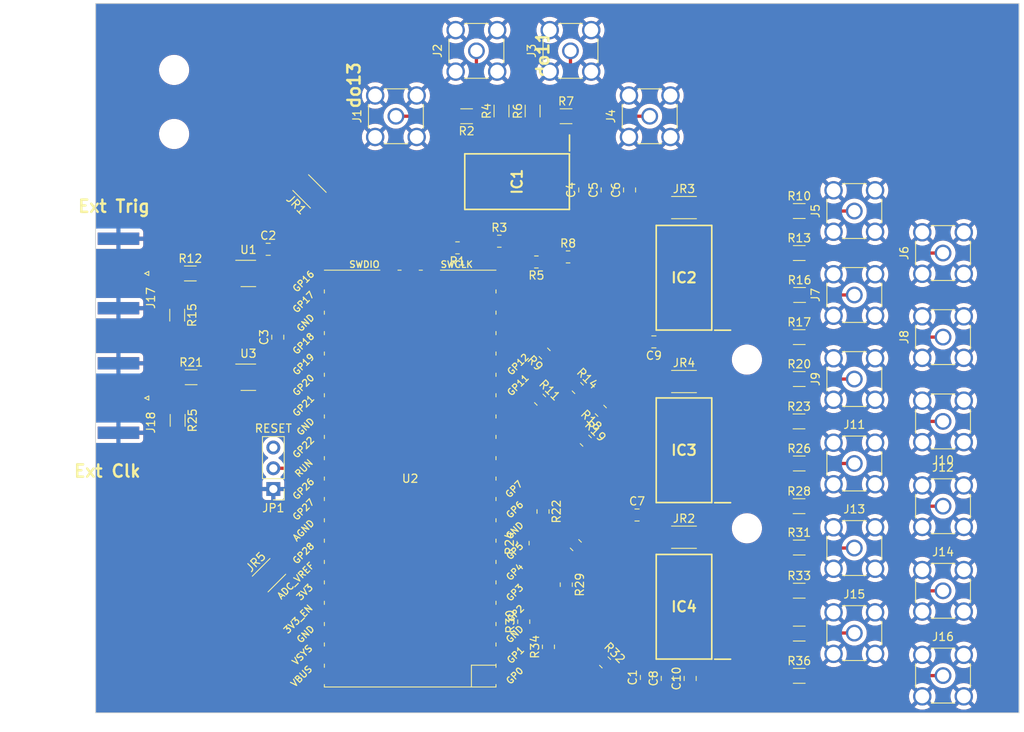
<source format=kicad_pcb>
(kicad_pcb (version 20221018) (generator pcbnew)
  (layers (0 "F.Cu" signal) (31 "B.Cu" signal) (34 "B.Paste" user) (35 "F.Paste" user) (36 "B.SilkS" user "B.Silkscreen") (37 "F.SilkS" user "F.Silkscreen") (38 "B.Mask" user) (39 "F.Mask" user) (44 "Edge.Cuts" user))
  (net 0 "")
  (net 1 "3_3V_Pico")
  (net 2 "GND")
  (net 3 "do7")
  (net 4 "do0")
  (net 5 "do15")
  (net 6 "do8")
  (net 7 "do14")
  (net 8 "do6")
  (net 9 "do9")
  (net 10 "do1")
  (net 11 "do13")
  (net 12 "do5")
  (net 13 "do10")
  (net 14 "do2")
  (net 15 "do12")
  (net 16 "do4")
  (net 17 "do3")
  (net 18 "Net-(IC1A-A0)")
  (net 20 "Net-(U2-GPIO16)")
  (net 24 "Net-(U2-GPIO20)")
  (net 38 "Net-(JP1-C)")
  (net 39 "do11")
  (net 40 "Net-(J17-In)")
  (net 41 "Net-(J18-In)")
  (net 42 "Net-(IC1A-A2)")
  (net 43 "Net-(IC1A-A4)")
  (net 44 "Net-(IC1A-A6)")
  (net 45 "Net-(IC1A-B6)")
  (net 46 "Net-(IC1A-B4)")
  (net 47 "Net-(IC1A-B2)")
  (net 48 "Net-(IC1A-B0)")
  (net 49 "Net-(IC2A-A0)")
  (net 50 "Net-(IC2A-A2)")
  (net 51 "Net-(IC2A-A4)")
  (net 52 "Net-(IC2A-A6)")
  (net 53 "Net-(IC2A-B6)")
  (net 54 "Net-(IC2A-B4)")
  (net 55 "Net-(IC2A-B2)")
  (net 56 "Net-(IC2A-B0)")
  (net 57 "Net-(IC3A-A0)")
  (net 58 "Net-(IC3A-A2)")
  (net 59 "Net-(IC3A-A4)")
  (net 60 "Net-(IC3A-A6)")
  (net 61 "Net-(IC3A-B6)")
  (net 62 "Net-(IC3A-B4)")
  (net 63 "Net-(IC3A-B2)")
  (net 64 "Net-(IC3A-B0)")
  (net 65 "Net-(IC4A-A0)")
  (net 66 "Net-(IC4A-A2)")
  (net 67 "Net-(IC4A-A4)")
  (net 68 "Net-(IC4A-A6)")
  (net 69 "Net-(IC4A-B6)")
  (net 70 "Net-(IC4A-B4)")
  (net 71 "Net-(IC4A-B2)")
  (net 72 "Net-(IC4A-B0)")
  (net 73 "Net-(R12-Pad2)")
  (net 74 "Net-(R21-Pad2)")
  (footprint "Resistor_SMD:R_1206_3216Metric_Pad1.30x1.75mm_HandSolder" (layer "F.Cu") (at 157.974 105.339)
    (fp_text reference "R23")
    (fp_text value "49.9")
  )
  (footprint "Capacitor_SMD:C_0805_2012Metric_Pad1.18x1.45mm_HandSolder" (layer "F.Cu") (at 137.242 77.0213 90)
    (fp_text reference "C6")
    (fp_text value "10u")
  )
  (footprint "Resistor_SMD:R_1206_3216Metric_Pad1.30x1.75mm_HandSolder" (layer "F.Cu") (at 81.944 105.215 -90)
    (fp_text reference "R25")
    (fp_text value "47k")
  )
  (footprint "Resistor_SMD:R_1206_3216Metric_Pad1.30x1.75mm_HandSolder" (layer "F.Cu") (at 158 120.774)
    (fp_text reference "R31")
    (fp_text value "49.9")
  )
  (footprint "Resistor_SMD:R_0805_2012Metric_Pad1.20x1.40mm_HandSolder" (layer "F.Cu") (at 134.2448 134.8278 -45)
    (fp_text reference "R32")
    (fp_text value "10k")
  )
  (footprint "Capacitor_SMD:C_0805_2012Metric_Pad1.18x1.45mm_HandSolder" (layer "F.Cu") (at 144.657 136.796 90)
    (fp_text reference "C10")
    (fp_text value "10u")
  )
  (footprint "Resistor_SMD:R_1206_3216Metric_Pad1.30x1.75mm_HandSolder" (layer "F.Cu") (at 158 110.489)
    (fp_text reference "R26")
    (fp_text value "49.9")
  )
  (footprint "Connector_Coaxial:SMA_Amphenol_901-144_Vertical" (layer "F.Cu") (at 175.596 105.339 180)
    (fp_text reference "J10")
    (fp_text value "do6")
  )
  (footprint "Connector_Coaxial:SMA_Amphenol_901-144_Vertical" (layer "F.Cu") (at 175.596 95.026 90)
    (fp_text reference "J8")
    (fp_text value "do8")
  )
  (footprint "Resistor_SMD:R_1206_3216Metric_Pad1.30x1.75mm_HandSolder" (layer "F.Cu") (at 158 95.026)
    (fp_text reference "R17")
    (fp_text value "49.9")
  )
  (footprint "Connector_Coaxial:SMA_Amphenol_901-144_Vertical" (layer "F.Cu") (at 175.596 115.715)
    (fp_text reference "J12")
    (fp_text value "do4")
  )
  (footprint "Connector_Coaxial:SMA_Amphenol_901-144_Vertical" (layer "F.Cu") (at 108.65 68 90)
    (fp_text reference "J1")
    (fp_text value "do15")
  )
  (footprint "Resistor_SMD:R_0805_2012Metric_Pad1.20x1.40mm_HandSolder" (layer "F.Cu") (at 125.8374 85.8312 180)
    (fp_text reference "R5")
    (fp_text value "10k")
  )
  (footprint "Connector_Coaxial:SMA_Amphenol_132289_EdgeMount" (layer "F.Cu") (at 74.7 102.48 180)
    (fp_text reference "J18")
    (fp_text value "Ext. Clk.")
  )
  (footprint "MCU_RaspberryPi_and_Boards:RPi_Pico_SMD" (layer "F.Cu") (at 110.394448 112.3375 180)
    (fp_text reference "U2")
    (fp_text value "Pico")
  )
  (footprint "Resistor_SMD:R_0805_2012Metric_Pad1.20x1.40mm_HandSolder" (layer "F.Cu") (at 121.3002 83.2912)
    (fp_text reference "R3")
    (fp_text value "10k")
  )
  (footprint "Capacitor_SMD:C_0805_2012Metric_Pad1.18x1.45mm_HandSolder" (layer "F.Cu") (at 139.295 136.6685 90)
    (fp_text reference "C1")
    (fp_text value "100n")
  )
  (footprint "Resistor_SMD:R_1206_3216Metric_Pad1.30x1.75mm_HandSolder" (layer "F.Cu") (at 158 79.6)
    (fp_text reference "R10")
    (fp_text value "49.9")
  )
  (footprint "Resistor_SMD:R_2010_5025Metric_Pad1.40x2.65mm_HandSolder" (layer "F.Cu") (at 93.1222 124.1598 45)
    (fp_text reference "JR5")
    (fp_text value "0")
  )
  (footprint "MountingHole:MountingHole_3.2mm_M3_ISO7380" (layer "F.Cu") (at 81.509 70.195)
    (fp_text reference "REF**" hide)
    (fp_text value "MountingHole_3.2mm_M3_ISO7380" hide)
  )
  (footprint "Resistor_SMD:R_2010_5025Metric_Pad1.40x2.65mm_HandSolder" (layer "F.Cu") (at 143.9 79.1764)
    (fp_text reference "JR3")
    (fp_text value "0")
  )
  (footprint "Resistor_SMD:R_1206_3216Metric_Pad1.30x1.75mm_HandSolder" (layer "F.Cu") (at 158 84.74)
    (fp_text reference "R13")
    (fp_text value "49.9")
  )
  (footprint "Resistor_SMD:R_1206_3216Metric_Pad1.30x1.75mm_HandSolder" (layer "F.Cu") (at 125.38 67.36 90)
    (fp_text reference "R6")
    (fp_text value "49.9")
  )
  (footprint "ICs:SOIC127P1032X265-20N" (layer "F.Cu") (at 143.9 128.0206 180)
    (fp_text reference "IC4")
    (fp_text value "74LVT245D,118" hide)
  )
  (footprint "Resistor_SMD:R_1206_3216Metric_Pad1.30x1.75mm_HandSolder" (layer "F.Cu") (at 117.3 68 180)
    (fp_text reference "R2")
    (fp_text value "49.9")
  )
  (footprint "Capacitor_SMD:C_0805_2012Metric_Pad1.18x1.45mm_HandSolder" (layer "F.Cu") (at 93.0206 84.2818)
    (fp_text reference "C2")
    (fp_text value "100n")
  )
  (footprint "ICs:SOIC127P1032X265-20N" (layer "F.Cu") (at 143.9 87.7616 180)
    (fp_text reference "IC2")
    (fp_text value "74LVT245D,118" hide)
  )
  (footprint "Connector_PinHeader_2.54mm:PinHeader_1x03_P2.54mm_Vertical" (layer "F.Cu") (at 93.6498 113.6142 180)
    (fp_text reference "JP1")
    (fp_text value "RESET")
  )
  (footprint "ICs:SOIC127P1032X265-20N" (layer "F.Cu") (at 123.4752 76 -90)
    (fp_text reference "IC1")
    (fp_text value "74LVT245D,118" hide)
  )
  (footprint "Resistor_SMD:R_1206_3216Metric_Pad1.30x1.75mm_HandSolder" (layer "F.Cu") (at 158 126.056)
    (fp_text reference "R33")
    (fp_text value "49.9")
  )
  (footprint "Resistor_SMD:R_1206_3216Metric_Pad1.30x1.75mm_HandSolder" (layer "F.Cu") (at 83.494448 87.2375)
    (fp_text reference "R12")
    (fp_text value "470")
  )
  (footprint "Resistor_SMD:R_0805_2012Metric_Pad1.20x1.40mm_HandSolder" (layer "F.Cu") (at 126.6502 116.362 -90)
    (fp_text reference "R22")
    (fp_text value "10k")
  )
  (footprint "Resistor_SMD:R_1206_3216Metric_Pad1.30x1.75mm_HandSolder" (layer "F.Cu") (at 158 136.474)
    (fp_text reference "R36")
    (fp_text value "49.9")
  )
  (footprint "Resistor_SMD:R_2010_5025Metric_Pad1.40x2.65mm_HandSolder" (layer "F.Cu") (at 143.9 119.5116)
    (fp_text reference "JR2")
    (fp_text value "0")
  )
  (footprint "Resistor_SMD:R_1206_3216Metric_Pad1.30x1.75mm_HandSolder" (layer "F.Cu") (at 158.0446 89.87)
    (fp_text reference "R16")
    (fp_text value "49.9" hide)
  )
  (footprint "Resistor_SMD:R_0805_2012Metric_Pad1.20x1.40mm_HandSolder" (layer "F.Cu") (at 131.8826 107.7006 -45)
    (fp_text reference "R19")
    (fp_text value "10k")
  )
  (footprint "Capacitor_SMD:C_0805_2012Metric_Pad1.18x1.45mm_HandSolder" (layer "F.Cu") (at 141.852 136.7825 90)
    (fp_text reference "C8")
    (fp_text value "1u")
  )
  (footprint "Resistor_SMD:R_1206_3216Metric_Pad1.30x1.75mm_HandSolder" (layer "F.Cu") (at 83.594448 99.9375)
    (fp_text reference "R21")
    (fp_text value "470")
  )
  (footprint "MountingHole:MountingHole_3.2mm_M3_ISO7380" (layer "F.Cu") (at 151.609 118.439)
    (fp_text reference "REF**" hide)
    (fp_text value "MountingHole_3.2mm_M3_ISO7380" hide)
  )
  (footprint "Capacitor_SMD:C_0805_2012Metric_Pad1.18x1.45mm_HandSolder" (layer "F.Cu") (at 140.2138 95.6102 180)
    (fp_text reference "C9")
    (fp_text value "100n")
  )
  (footprint "Connector_Coaxial:SMA_Amphenol_132289_EdgeMount" (layer "F.Cu") (at 74.7 87.2375 180)
    (fp_text reference "J17")
    (fp_text value "Ext. Trig.")
  )
  (footprint "Capacitor_SMD:C_0805_2012Metric_Pad1.18x1.45mm_HandSolder" (layer "F.Cu") (at 94.194448 95.0375 90)
    (fp_text reference "C3")
    (fp_text value "100n")
  )
  (footprint "Resistor_SMD:R_0805_2012Metric_Pad1.20x1.40mm_HandSolder" (layer "F.Cu") (at 124.291 129.844 90)
    (fp_text reference "R30")
    (fp_text value "10k")
  )
  (footprint "Resistor_SMD:R_1206_3216Metric_Pad1.30x1.75mm_HandSolder" (layer "F.Cu") (at 158 131.304)
    (fp_text reference "R35" hide)
    (fp_text value "49.9")
  )
  (footprint "Resistor_SMD:R_0805_2012Metric_Pad1.20x1.40mm_HandSolder" (layer "F.Cu") (at 129.495 125.3188 -90)
    (fp_text reference "R29")
    (fp_text value "10k")
  )
  (footprint "Resistor_SMD:R_0805_2012Metric_Pad1.20x1.40mm_HandSolder" (layer "F.Cu") (at 130.899 101.255 -45)
    (fp_text reference "R14")
    (fp_text value "10k")
  )
  (footprint "ICs:SOIC127P1032X265-20N" (layer "F.Cu") (at 143.9 108.869 180)
    (fp_text reference "IC3")
    (fp_text value "74LVT245D,118" hide)
  )
  (footprint "Resistor_SMD:R_0805_2012Metric_Pad1.20x1.40mm_HandSolder" (layer "F.Cu") (at 130.6634 120.4768 -45)
    (fp_text reference "R27" hide)
    (fp_text value "10k")
  )
  (footprint "Connector_Coaxial:SMA_Amphenol_901-144_Vertical" (layer "F.Cu") (at 164.74 100.158 90)
    (fp_text reference "J9")
    (fp_text value "do7")
  )
  (footprint "Package_TO_SOT_SMD:SOT-23-5_HandSoldering" (layer "F.Cu") (at 90.594448 87.2375)
    (fp_text reference "U1")
    (fp_text value "74LVC1G17")
  )
  (footprint "Connector_Coaxial:SMA_Amphenol_901-144_Vertical" (layer "F.Cu") (at 175.596 126.07)
    (fp_text reference "J14")
    (fp_text value "do2")
  )
  (footprint "MountingHole:MountingHole_3.2mm_M3_ISO7380" (layer "F.Cu") (at 81.509 62.354)
    (fp_text reference "REF**" hide)
    (fp_text value "MountingHole_3.2mm_M3_ISO7380" hide)
  )
  (footprint "Connector_Coaxial:SMA_Amphenol_901-144_Vertical" (layer "F.Cu") (at 139.706 68 90)
    (fp_text reference "J4")
    (fp_text value "do12")
  )
  (footprint "Connector_Coaxial:SMA_Amphenol_901-144_Vertical" (layer "F.Cu") (at 118.5 60 90)
    (fp_text reference "J2")
    (fp_text value "do14")
  )
  (footprint "Resistor_SMD:R_0805_2012Metric_Pad1.20x1.40mm_HandSolder" (layer "F.Cu") (at 126.847107 97.043107 135)
    (fp_text reference "R9")
    (fp_text value "10k")
  )
  (footprint "Resistor_SMD:R_2010_5025Metric_Pad1.40x2.65mm_HandSolder" (layer "F.Cu") (at 98.0752 77.1952 135)
    (fp_text reference "JR1")
    (fp_text value "0")
  )
  (footprint "Resistor_SMD:R_0805_2012Metric_Pad1.20x1.40mm_HandSolder" (layer "F.Cu") (at 124.2118 120.2388 90)
    (fp_text reference "R24")
    (fp_text value "10k" hide)
  )
  (footprint "Connector_Coaxial:SMA_Amphenol_901-144_Vertical" (layer "F.Cu") (at 175.596 136.445)
    (fp_text reference "J16")
    (fp_text value "do0")
  )
  (footprint "Resistor_SMD:R_0805_2012Metric_Pad1.20x1.40mm_HandSolder" (layer "F.Cu") (at 126.29 102.684 -45)
    (fp_text reference "R11")
    (fp_text value "10k")
  )
  (footprint "Resistor_SMD:R_1206_3216Metric_Pad1.30x1.75mm_HandSolder" (layer "F.Cu") (at 81.887 92.338 -90)
    (fp_text reference "R15")
    (fp_text value "47k")
  )
  (footprint "Connector_Coaxial:SMA_Amphenol_901-144_Vertical" (layer "F.Cu") (at 130.01 60 90)
    (fp_text reference "J3")
    (fp_text value "do13")
  )
  (footprint "Resistor_SMD:R_0805_2012Metric_Pad1.20x1.40mm_HandSolder" (layer "F.Cu") (at 116.1854 84.104 180)
    (fp_text reference "R1")
    (fp_text value "10k")
  )
  (footprint "Connector_Coaxial:SMA_Amphenol_901-144_Vertical" (layer "F.Cu") (at 164.74 79.6 90)
    (fp_text reference "J5")
    (fp_text value "do11")
  )
  (footprint "Resistor_SMD:R_1206_3216Metric_Pad1.30x1.75mm_HandSolder" (layer "F.Cu") (at 157.981 115.715)
    (fp_text reference "R28")
    (fp_text value "49.9")
  )
  (footprint "Resistor_SMD:R_1206_3216Metric_Pad1.30x1.75mm_HandSolder" (layer "F.Cu") (at 158 100.158)
    (fp_text reference "R20")
    (fp_text value "49.9")
  )
  (footprint "Resistor_SMD:R_0805_2012Metric_Pad1.20x1.40mm_HandSolder" (layer "F.Cu") (at 127.3106 132.9228 90)
    (fp_text reference "R34")
    (fp_text value "10k")
  )
  (footprint "Connector_Coaxial:SMA_Amphenol_901-144_Vertical" (layer "F.Cu") (at 175.596 84.74 90)
    (fp_text reference "J6")
    (fp_text value "do10")
  )
  (footprint "Connector_Coaxial:SMA_Amphenol_901-144_Vertical" (layer "F.Cu") (at 164.74 120.835)
    (fp_text reference "J13")
    (fp_text value "do3")
  )
  (footprint "Resistor_SMD:R_1206_3216Metric_Pad1.30x1.75mm_HandSolder" (layer "F.Cu") (at 129.47 68)
    (fp_text reference "R7")
    (fp_text value "49.9")
  )
  (footprint "Package_TO_SOT_SMD:SOT-23-5_HandSoldering" (layer "F.Cu") (at 90.594448 99.9375)
    (fp_text reference "U3")
    (fp_text value "74LVC1G34")
  )
  (footprint "Resistor_SMD:R_0805_2012Metric_Pad1.20x1.40mm_HandSolder" (layer "F.Cu") (at 129.715 85.212)
    (fp_text reference "R8")
    (fp_text value "10k")
  )
  (footprint "Capacitor_SMD:C_0805_2012Metric_Pad1.18x1.45mm_HandSolder" (layer "F.Cu") (at 138.1564 116.7938)
    (fp_text reference "C7")
    (fp_text value "100n")
  )
  (footprint "Capacitor_SMD:C_0805_2012Metric_Pad1.18x1.45mm_HandSolder" (layer "F.Cu") (at 134.4988 77.0213 90)
    (fp_text reference "C5")
    (fp_text value "1u")
  )
  (footprint "Connector_Coaxial:SMA_Amphenol_901-144_Vertical" (layer "F.Cu") (at 164.74 110.489)
    (fp_text reference "J11")
    (fp_text value "do5")
  )
  (footprint "Connector_Coaxial:SMA_Amphenol_901-144_Vertical" (layer "F.Cu") (at 164.74 89.87 90)
    (fp_text reference "J7")
    (fp_text value "do9")
  )
  (footprint "Capacitor_SMD:C_0805_2012Metric_Pad1.18x1.45mm_HandSolder" (layer "F.Cu") (at 131.7556 77.0213 90)
    (fp_text reference "C4")
    (fp_text value "100n")
  )
  (footprint "Resistor_SMD:R_0805_2012Metric_Pad1.20x1.40mm_HandSolder" (layer "F.Cu") (at 133.723 104.042 135)
    (fp_text reference "R18")
    (fp_text value "10k")
  )
  (footprint "Connector_Coaxial:SMA_Amphenol_901-144_Vertical" (layer "F.Cu") (at 164.74 131.244)
    (fp_text reference "J15")
    (fp_text value "do1")
  )
  (footprint "Resistor_SMD:R_1206_3216Metric_Pad1.30x1.75mm_HandSolder" (layer "F.Cu") (at 121.5702 67.36 90)
    (fp_text reference "R4")
    (fp_text value "49.9")
  )
  (footprint "MountingHole:MountingHole_3.2mm_M3_ISO7380" (layer "F.Cu") (at 151.6 97.8)
    (fp_text reference "REF**" hide)
    (fp_text value "MountingHole_3.2mm_M3_ISO7380" hide)
  )
  (footprint "Resistor_SMD:R_2010_5025Metric_Pad1.40x2.65mm_HandSolder" (layer "F.Cu") (at 143.9 100.4616)
    (fp_text reference "JR4")
    (fp_text value "0")
  )
  (gr_rect (start 71.9 54.2) (end 184.9 141) (stroke (width 0.1)) (fill none) (layer "Edge.Cuts"))
  (gr_text "do11" (at 127.5 63.4 90) (layer "F.SilkS") (effects (font (size 1.5 1.5) (thickness 0.3) bold) (justify left bottom)))
  (gr_text "Ext Clk" (at 69.1 112.3) (layer "F.SilkS") (effects (font (size 1.5 1.5) (thickness 0.3) bold) (justify left bottom)))
  (gr_text "Ext Trig" (at 69.6 79.9) (layer "F.SilkS") (effects (font (size 1.5 1.5) (thickness 0.3) bold) (justify left bottom)))
  (gr_text "do13" (at 104.4 67.2 90) (layer "F.SilkS") (effects (font (size 1.5 1.5) (thickness 0.3) bold) (justify left bottom)))
  (segment (start 90.594448 86.6375) (end 90.944448 86.2875) (width 0.4) (layer "F.Cu") (net 1))
  (segment (start 90.944448 86.2875) (end 91.944448 86.2875) (width 0.4) (layer "F.Cu") (net 1))
  (segment (start 92.8925 98.9875) (end 94.194448 97.685552) (width 0.4) (layer "F.Cu") (net 1))
  (segment (start 91.944448 98.9875) (end 92.8925 98.9875) (width 0.4) (layer "F.Cu") (net 1))
  (segment (start 143.9 93.4766) (end 143.9 77.416) (width 0.4) (layer "F.Cu") (net 1))
  (segment (start 139.175 114.584) (end 139.175 116.7749) (width 0.4) (layer "F.Cu") (net 1))
  (segment (start 144.5295 135.631) (end 139.295 135.631) (width 0.4) (layer "F.Cu") (net 1))
  (segment (start 143.9 99.2932) (end 143.9 93.4766) (width 0.4) (layer "F.Cu") (net 1))
  (segment (start 142.484 76) (end 130.4094 76) (width 0.4) (layer "F.Cu") (net 1))
  (segment (start 101.504448 126.3075) (end 101.474448 126.3375) (width 0.4) (layer "F.Cu") (net 1))
  (segment (start 90.594448 121.6375) (end 90.594448 99.2375) (width 0.4) (layer "F.Cu") (net 1))
  (segment (start 143.9 133.6594) (end 143.9 120.7816) (width 0.4) (layer "F.Cu") (net 1))
  (segment (start 139.1763 95.6102) (end 139.1763 93.4779) (width 0.4) (layer "F.Cu") (net 1))
  (segment (start 139.295 133.8556) (end 139.175 133.7356) (width 0.4) (layer "F.Cu") (net 1))
  (segment (start 129.2918 76) (end 129.1902 76.1016) (width 0.4) (layer "F.Cu") (net 1))
  (segment (start 143.8746 120.807) (end 143.9 120.7816) (width 0.4) (layer "F.Cu") (net 1))
  (segment (start 139.175 93.4766) (end 143.9 93.4766) (width 0.4) (layer "F.Cu") (net 1))
  (segment (start 95.294448 126.3375) (end 90.594448 121.6375) (width 0.4) (layer "F.Cu") (net 1))
  (segment (start 90.594448 99.2375) (end 90.594448 86.6375) (width 0.4) (layer "F.Cu") (net 1))
  (segment (start 139.295 135.631) (end 139.295 133.8556) (width 0.4) (layer "F.Cu") (net 1))
  (segment (start 143.9 133.6594) (end 143.8238 133.7356) (width 0.4) (layer "F.Cu") (net 1))
  (segment (start 144.334 135.4355) (end 144.657 135.7585) (width 0.4) (layer "F.Cu") (net 1))
  (segment (start 99.2958 76) (end 129.2918 76) (width 0.4) (layer "F.Cu") (net 1))
  (segment (start 91.944448 83.351352) (end 99.2958 76) (width 0.4) (layer "F.Cu") (net 1))
  (segment (start 143.9 114.4316) (end 143.9 99.2932) (width 0.4) (layer "F.Cu") (net 1))
  (segment (start 139.175 114.584) (end 143.7476 114.584) (width 0.4) (layer "F.Cu") (net 1))
  (segment (start 129.2918 76) (end 130.4094 76) (width 0.4) (layer "F.Cu") (net 1))
  (segment (start 139.1763 93.4779) (end 139.175 93.4766) (width 0.4) (layer "F.Cu") (net 1))
  (segment (start 129.1902 76.1016) (end 129.1902 80.725) (width 0.4) (layer "F.Cu") (net 1))
  (segment (start 143.9 120.7816) (end 143.9 114.4316) (width 0.4) (layer "F.Cu") (net 1))
  (segment (start 94.194448 97.685552) (end 94.194448 96.075) (width 0.4) (layer "F.Cu") (net 1))
  (segment (start 144.657 135.7585) (end 144.5295 135.631) (width 0.4) (layer "F.Cu") (net 1))
  (segment (start 101.474448 126.3375) (end 95.294448 126.3375) (width 0.4) (layer "F.Cu") (net 1))
  (segment (start 90.844448 98.9875) (end 91.944448 98.9875) (width 0.4) (layer "F.Cu") (net 1))
  (segment (start 91.944448 86.2875) (end 91.944448 83.351352) (width 0.4) (layer "F.Cu") (net 1))
  (segment (start 143.9 77.416) (end 142.484 76) (width 0.4) (layer "F.Cu") (net 1))
  (segment (start 143.8238 133.7356) (end 139.175 133.7356) (width 0.4) (layer "F.Cu") (net 1))
  (segment (start 139.175 116.7749) (end 139.1939 116.7938) (width 0.4) (layer "F.Cu") (net 1))
  (segment (start 137.1183 78.5558) (end 137.121 78.5531) (width 0.4) (layer "F.Cu") (net 2))
  (segment (start 159.55 100.158) (end 164.696 100.158) (width 0.4) (layer "F.Cu") (net 3))
  (segment (start 159.2685 136.474) (end 159.2975 136.445) (width 0.4) (layer "F.Cu") (net 4))
  (segment (start 159.2975 136.445) (end 175.596 136.445) (width 0.4) (layer "F.Cu") (net 4))
  (segment (start 115.75 68) (end 108.65 68) (width 0.4) (layer "F.Cu") (net 5))
  (segment (start 159.55 94.518) (end 160.058 95.026) (width 0.4) (layer "F.Cu") (net 6))
  (segment (start 160.058 95.026) (end 175.596 95.026) (width 0.4) (layer "F.Cu") (net 6))
  (segment (start 119.985 65.425) (end 118.5 63.94) (width 0.4) (layer "F.Cu") (net 7))
  (segment (start 118.5 63.94) (end 118.5 60) (width 0.4) (layer "F.Cu") (net 7))
  (segment (start 121.5702 65.81) (end 120.37 65.81) (width 0.4) (layer "F.Cu") (net 7))
  (segment (start 120.37 65.81) (end 119.985 65.425) (width 0.4) (layer "F.Cu") (net 7))
  (segment (start 119.71 65.15) (end 119.7144 65.1456) (width 0.4) (layer "F.Cu") (net 7))
  (segment (start 119.985 65.425) (end 119.71 65.15) (width 0.4) (layer "F.Cu") (net 7))
  (segment (start 159.524 105.795) (end 159.98 105.339) (width 0.4) (layer "F.Cu") (net 8))
  (segment (start 159.98 105.339) (end 175.596 105.339) (width 0.4) (layer "F.Cu") (net 8))
  (segment (start 159.5946 89.87) (end 164.74 89.87) (width 0.4) (layer "F.Cu") (net 9))
  (segment (start 164.7405 131.461) (end 164.5125 131.233) (width 0.4) (layer "F.Cu") (net 10))
  (segment (start 159.407 131.233) (end 159.356 131.284) (width 0.4) (layer "F.Cu") (net 10))
  (segment (start 164.5125 131.233) (end 159.407 131.233) (width 0.4) (layer "F.Cu") (net 10))
  (segment (start 164.836 131.351) (end 164.825 131.34) (width 0.4) (layer "F.Cu") (net 10))
  (segment (start 125.38 65.81) (end 127.33 65.81) (width 0.4) (layer "F.Cu") (net 11))
  (segment (start 130.01 60) (end 130.01 63.13) (width 0.4) (layer "F.Cu") (net 11))
  (segment (start 130.01 63.13) (end 127.33 65.81) (width 0.4) (layer "F.Cu") (net 11))
  (segment (start 159.55 111.021) (end 159.561 111.01) (width 0.4) (layer "F.Cu") (net 12))
  (segment (start 159.561 110.489) (end 164.74 110.489) (width 0.4) (layer "F.Cu") (net 12))
  (segment (start 159.5692 84.74) (end 175.596 84.74) (width 0.4) (layer "F.Cu") (net 13))
  (segment (start 159.5184 84.7898) (end 159.5692 84.739) (width 0.4) (layer "F.Cu") (net 13))
  (segment (start 169.027 126.07) (end 169.029 126.068) (width 0.4) (layer "F.Cu") (net 14))
  (segment (start 168.0776 126.07) (end 159.5355 126.07) (width 0.4) (layer "F.Cu") (net 14))
  (segment (start 169.027 126.07) (end 168.0776 126.07) (width 0.4) (layer "F.Cu") (net 14))
  (segment (start 168.0776 126.07) (end 175.596 126.07) (width 0.4) (layer "F.Cu") (net 14))
  (segment (start 159.5355 126.07) (end 159.2775 126.328) (width 0.4) (layer "F.Cu") (net 14))
  (segment (start 139.706 68) (end 131.02 68) (width 0.4) (layer "F.Cu") (net 15))
  (segment (start 131.33 67.99) (end 131.02 68.3) (width 0.4) (layer "F.Cu") (net 15))
  (segment (start 159.3785 115.715) (end 175.596 115.715) (width 0.4) (layer "F.Cu") (net 16))
  (segment (start 159.2215 120.835) (end 164.4295 120.835) (width 0.4) (layer "F.Cu") (net 17))
  (segment (start 159.1605 120.774) (end 159.2215 120.835) (width 0.4) (layer "F.Cu") (net 17))
  (segment (start 127.92 68) (end 127.92 71.2748) (width 0.4) (layer "F.Cu") (net 18))
  (segment (start 127.92 71.2748) (end 127.9202 71.275) (width 0.4) (layer "F.Cu") (net 18))
  (segment (start 127.9202 71.275) (end 126.6502 71.275) (width 0.4) (layer "F.Cu") (net 18))
  (segment (start 126.65 71.2748) (end 126.6502 71.275) (width 0.4) (layer "F.Cu") (net 18))
  (segment (start 101.484448 88.1875) (end 91.944448 88.1875) (width 0.4) (layer "F.Cu") (net 20))
  (segment (start 101.504448 88.2075) (end 101.484448 88.1875) (width 0.4) (layer "F.Cu") (net 20))
  (segment (start 101.504448 100.9075) (end 101.484448 100.8875) (width 0.4) (layer "F.Cu") (net 24))
  (segment (start 101.484448 100.8875) (end 91.944448 100.8875) (width 0.4) (layer "F.Cu") (net 24))
  (segment (start 101.504448 111.0675) (end 101.497748 111.0742) (width 0.4) (layer "F.Cu") (net 38))
  (segment (start 101.497748 111.0742) (end 93.6498 111.0742) (width 0.4) (layer "F.Cu") (net 38))
  (segment (start 159.55 79.6) (end 164.74 79.6) (width 0.4) (layer "F.Cu") (net 39))
  (segment (start 75.694448 87.2375) (end 81.944448 87.2375) (width 0.4) (layer "F.Cu") (net 40))
  (segment (start 81.887 90.788) (end 81.887 87.294948) (width 0.4) (layer "F.Cu") (net 40))
  (segment (start 81.887 87.294948) (end 81.944448 87.2375) (width 0.4) (layer "F.Cu") (net 40))
  (segment (start 80.5325 99.9375) (end 82.044448 99.9375) (width 0.4) (layer "F.Cu") (net 41))
  (segment (start 82.044448 103.564552) (end 81.944 103.665) (width 0.4) (layer "F.Cu") (net 41))
  (segment (start 82.044448 99.9375) (end 82.044448 103.564552) (width 0.4) (layer "F.Cu") (net 41))
  (segment (start 75.664448 102.48) (end 77.99 102.48) (width 0.4) (layer "F.Cu") (net 41))
  (segment (start 77.99 102.48) (end 80.5325 99.9375) (width 0.4) (layer "F.Cu") (net 41))
  (segment (start 125.38 68.91) (end 125.38 71.2748) (width 0.4) (layer "F.Cu") (net 42))
  (segment (start 124.1 71.2648) (end 124.1102 71.275) (width 0.4) (layer "F.Cu") (net 42))
  (segment (start 125.3802 71.275) (end 124.1102 71.275) (width 0.4) (layer "F.Cu") (net 42))
  (segment (start 125.38 71.2748) (end 125.3802 71.275) (width 0.4) (layer "F.Cu") (net 42))
  (segment (start 121.5702 71.275) (end 122.8402 71.275) (width 0.4) (layer "F.Cu") (net 43))
  (segment (start 121.5702 68.9662) (end 121.5702 71.275) (width 0.4) (layer "F.Cu") (net 43))
  (segment (start 119.0302 68.1772) (end 118.853 68) (width 0.4) (layer "F.Cu") (net 44))
  (segment (start 118.853 68.1782) (end 119.0308 68.356) (width 0.4) (layer "F.Cu") (net 44))
  (segment (start 119.0308 71.2744) (end 119.0302 71.275) (width 0.4) (layer "F.Cu") (net 44))
  (segment (start 119.0302 71.275) (end 120.3002 71.275) (width 0.4) (layer "F.Cu") (net 44))
  (segment (start 119.0302 71.275) (end 119.0302 68.1772) (width 0.4) (layer "F.Cu") (net 44))
  (segment (start 117.121 83.4986) (end 117.7602 82.8594) (width 0.4) (layer "F.Cu") (net 45))
  (segment (start 117.7602 82.8594) (end 117.7602 80.725) (width 0.4) (layer "F.Cu") (net 45))
  (segment (start 117.5335 88.2075) (end 117.121 87.795) (width 0.4) (layer "F.Cu") (net 45))
  (segment (start 117.7602 80.725) (end 119.0302 80.725) (width 0.4) (layer "F.Cu") (net 45))
  (segment (start 119.284448 88.2075) (end 117.5335 88.2075) (width 0.4) (layer "F.Cu") (net 45))
  (segment (start 117.121 87.795) (end 117.121 83.4986) (width 0.4) (layer "F.Cu") (net 45))
  (segment (start 119.9805 88.2075) (end 120.306 87.882) (width 0.4) (layer "F.Cu") (net 45))
  (segment (start 119.284448 88.2075) (end 119.9805 88.2075) (width 0.4) (layer "F.Cu") (net 45))
  (segment (start 122.9672 90.3328) (end 122.9672 87.0758) (width 0.4) (layer "F.Cu") (net 46))
  (segment (start 122.5525 90.7475) (end 122.9672 90.3328) (width 0.4) (layer "F.Cu") (net 46))
  (segment (start 120.3002 80.725) (end 121.5702 80.725) (width 0.4) (layer "F.Cu") (net 46))
  (segment (start 120.3002 84.4088) (end 120.3002 80.725) (width 0.4) (layer "F.Cu") (net 46))
  (segment (start 122.9672 87.0758) (end 120.3002 84.4088) (width 0.4) (layer "F.Cu") (net 46))
  (segment (start 119.284448 90.7475) (end 122.5525 90.7475) (width 0.4) (layer "F.Cu") (net 46))
  (segment (start 121.044448 95.8275) (end 119.284448 95.8275) (width 0.4) (layer "F.Cu") (net 47))
  (segment (start 124.1102 82.4022) (end 126.7518 85.0438) (width 0.4) (layer "F.Cu") (net 47))
  (segment (start 124.1102 80.725) (end 124.1102 82.4022) (width 0.4) (layer "F.Cu") (net 47))
  (segment (start 126.7518 85.0438) (end 126.7518 91.4832) (width 0.4) (layer "F.Cu") (net 47))
  (segment (start 121.044448 95.8275) (end 121.046948 95.83) (width 0.4) (layer "F.Cu") (net 47))
  (segment (start 126.7518 91.4832) (end 122.4075 95.8275) (width 0.4) (layer "F.Cu") (net 47))
  (segment (start 122.8402 80.725) (end 124.1102 80.725) (width 0.4) (layer "F.Cu") (net 47))
  (segment (start 122.4075 95.8275) (end 121.044448 95.8275) (width 0.4) (layer "F.Cu") (net 47))
  (segment (start 126.6502 82.1736) (end 128.6728 84.1962) (width 0.4) (layer "F.Cu") (net 48))
  (segment (start 128.6728 84.1962) (end 128.6728 91.7992) (width 0.4) (layer "F.Cu") (net 48))
  (segment (start 125.3802 80.725) (end 126.6502 80.725) (width 0.4) (layer "F.Cu") (net 48))
  (segment (start 128.6728 91.7992) (end 122.1045 98.3675) (width 0.4) (layer "F.Cu") (net 48))
  (segment (start 126.6502 80.725) (end 126.6502 82.1736) (width 0.4) (layer "F.Cu") (net 48))
  (segment (start 122.1045 98.3675) (end 119.284448 98.3675) (width 0.4) (layer "F.Cu") (net 48))
  (segment (start 151.2628 92.2066) (end 154.0822 95.026) (width 0.4) (layer "F.Cu") (net 49))
  (segment (start 148.625 90.9366) (end 148.625 92.2066) (width 0.4) (layer "F.Cu") (net 49))
  (segment (start 154.0822 95.026) (end 156.45 95.026) (width 0.4) (layer "F.Cu") (net 49))
  (segment (start 148.625 92.2066) (end 151.2628 92.2066) (width 0.4) (layer "F.Cu") (net 49))
  (segment (start 150.8564 89.6666) (end 151.0598 89.87) (width 0.4) (layer "F.Cu") (net 50))
  (segment (start 156.4952 89.8706) (end 156.4946 89.87) (width 0.4) (layer "F.Cu") (net 50))
  (segment (start 151.0598 89.87) (end 156.4946 89.87) (width 0.4) (layer "F.Cu") (net 50))
  (segment (start 148.625 88.3966) (end 148.625 89.6666) (width 0.4) (layer "F.Cu") (net 50))
  (segment (start 148.625 89.6666) (end 150.8564 89.6666) (width 0.4) (layer "F.Cu") (net 50))
  (segment (start 154.8696 84.739) (end 156.449 84.739) (width 0.4) (layer "F.Cu") (net 51))
  (segment (start 148.625 85.8566) (end 148.625 87.1266) (width 0.4) (layer "F.Cu") (net 51))
  (segment (start 153.752 85.8566) (end 154.8696 84.739) (width 0.4) (layer "F.Cu") (net 51))
  (segment (start 148.625 85.8566) (end 153.752 85.8566) (width 0.4) (layer "F.Cu") (net 51))
  (segment (start 156.449 84.739) (end 156.45 84.74) (width 0.4) (layer "F.Cu") (net 51))
  (segment (start 154.827 79.6) (end 156.45 79.6) (width 0.4) (layer "F.Cu") (net 52))
  (segment (start 148.625 84.5866) (end 148.625 83.3166) (width 0.4) (layer "F.Cu") (net 52))
  (segment (start 151.1104 83.3166) (end 154.827 79.6) (width 0.4) (layer "F.Cu") (net 52))
  (segment (start 148.625 83.3166) (end 151.1104 83.3166) (width 0.4) (layer "F.Cu") (net 52))
  (segment (start 124.396928 100.9075) (end 127.554214 97.750214) (width 0.4) (layer "F.Cu") (net 53))
  (segment (start 137.7246 82.0466) (end 131.175 88.5962) (width 0.4) (layer "F.Cu") (net 53))
  (segment (start 131.175 94.129428) (end 127.554214 97.750214) (width 0.4) (layer "F.Cu") (net 53))
  (segment (start 139.3242 83.3166) (end 139.3242 82.0466) (width 0.4) (layer "F.Cu") (net 53))
  (segment (start 131.175 88.5962) (end 131.175 94.129428) (width 0.4) (layer "F.Cu") (net 53))
  (segment (start 119.284448 100.9075) (end 124.396928 100.9075) (width 0.4) (layer "F.Cu") (net 53))
  (segment (start 139.3242 82.0466) (end 137.7246 82.0466) (width 0.4) (layer "F.Cu") (net 53))
  (segment (start 137.3436 84.8914) (end 137.6484 84.5866) (width 0.4) (layer "F.Cu") (net 54))
  (segment (start 119.284448 103.4475) (end 124.112286 103.4475) (width 0.4) (layer "F.Cu") (net 54))
  (segment (start 125.582893 101.976893) (end 125.668307 101.976893) (width 0.4) (layer "F.Cu") (net 54))
  (segment (start 137.3436 84.9168) (end 137.3436 84.8914) (width 0.4) (layer "F.Cu") (net 54))
  (segment (start 133.072 89.1884) (end 137.3436 84.9168) (width 0.4) (layer "F.Cu") (net 54))
  (segment (start 124.112286 103.4475) (end 125.582893 101.976893) (width 0.4) (layer "F.Cu") (net 54))
  (segment (start 133.072 94.5732) (end 133.072 89.1884) (width 0.4) (layer "F.Cu") (net 54))
  (segment (start 139.3242 84.5866) (end 139.3242 85.8566) (width 0.4) (layer "F.Cu") (net 54))
  (segment (start 125.668307 101.976893) (end 133.072 94.5732) (width 0.4) (layer "F.Cu") (net 54))
  (segment (start 137.6484 84.5866) (end 139.3242 84.5866) (width 0.4) (layer "F.Cu") (net 54))
  (segment (start 119.284448 108.5275) (end 125.0755 108.5275) (width 0.4) (layer "F.Cu") (net 55))
  (segment (start 137.7246 88.3966) (end 139.3242 88.3966) (width 0.4) (layer "F.Cu") (net 55))
  (segment (start 135.6164 96.2076) (end 135.6164 90.5048) (width 0.4) (layer "F.Cu") (net 55))
  (segment (start 125.0755 108.5275) (end 132.67 100.933) (width 0.4) (layer "F.Cu") (net 55))
  (segment (start 135.6164 90.5048) (end 137.7246 88.3966) (width 0.4) (layer "F.Cu") (net 55))
  (segment (start 132.67 99.154) (end 135.6164 96.2076) (width 0.4) (layer "F.Cu") (net 55))
  (segment (start 119.284448 108.5275) (end 123.0775 108.5275) (width 0.4) (layer "F.Cu") (net 55))
  (segment (start 139.3242 88.3966) (end 139.3242 87.1266) (width 0.4) (layer "F.Cu") (net 55))
  (segment (start 132.67 100.933) (end 132.67 99.154) (width 0.4) (layer "F.Cu") (net 55))
  (segment (start 137.0896 97.7438) (end 137.0896 91.3938) (width 0.4) (layer "F.Cu") (net 56))
  (segment (start 134.1952 100.6382) (end 137.0896 97.7438) (width 0.4) (layer "F.Cu") (net 56))
  (segment (start 139.3242 90.9366) (end 139.3242 89.6666) (width 0.4) (layer "F.Cu") (net 56))
  (segment (start 119.284448 111.0675) (end 125.2415 111.0675) (width 0.4) (layer "F.Cu") (net 56))
  (segment (start 137.5468 90.9366) (end 139.3242 90.9366) (width 0.4) (layer "F.Cu") (net 56))
  (segment (start 137.0896 91.3938) (end 137.5468 90.9366) (width 0.4) (layer "F.Cu") (net 56))
  (segment (start 125.2415 111.0675) (end 134.1952 102.1138) (width 0.4) (layer "F.Cu") (net 56))
  (segment (start 134.1952 102.1138) (end 134.1952 100.6382) (width 0.4) (layer "F.Cu") (net 56))
  (segment (start 152.5328 113.314) (end 148.625 113.314) (width 0.4) (layer "F.Cu") (net 57))
  (segment (start 148.625 112.044) (end 148.625 113.314) (width 0.4) (layer "F.Cu") (net 57))
  (segment (start 154.9338 115.715) (end 152.5328 113.314) (width 0.4) (layer "F.Cu") (net 57))
  (segment (start 156.431 115.715) (end 154.9338 115.715) (width 0.4) (layer "F.Cu") (net 57))
  (segment (start 148.625 109.504) (end 148.625 110.774) (width 0.4) (layer "F.Cu") (net 58))
  (segment (start 150.4302 110.489) (end 150.1452 110.774) (width 0.4) (layer "F.Cu") (net 58))
  (segment (start 150.1452 110.774) (end 148.625 110.774) (width 0.4) (layer "F.Cu") (net 58))
  (segment (start 156.45 110.489) (end 150.4302 110.489) (width 0.4) (layer "F.Cu") (net 58))
  (segment (start 152.609 106.964) (end 153.752 105.821) (width 0.4) (layer "F.Cu") (net 59))
  (segment (start 156.424 105.339) (end 154.234 105.339) (width 0.4) (layer "F.Cu") (net 59))
  (segment (start 154.234 105.339) (end 153.752 105.821) (width 0.4) (layer "F.Cu") (net 59))
  (segment (start 148.625 106.964) (end 148.625 108.234) (width 0.4) (layer "F.Cu") (net 59))
  (segment (start 148.625 106.964) (end 152.609 106.964) (width 0.4) (layer "F.Cu") (net 59))
  (segment (start 156.446 100.162) (end 156.45 100.158) (width 0.4) (layer "F.Cu") (net 60))
  (segment (start 148.625 104.424) (end 151.208 104.424) (width 0.4) (layer "F.Cu") (net 60))
  (segment (start 155.47 100.162) (end 156.446 100.162) (width 0.4) (layer "F.Cu") (net 60))
  (segment (start 148.625 104.424) (end 148.625 105.694) (width 0.4) (layer "F.Cu") (net 60))
  (segment (start 151.208 104.424) (end 155.47 100.162) (width 0.4) (layer "F.Cu") (net 60))
  (segment (start 139.175 103.154) (end 139.175 104.424) (width 0.4) (layer "F.Cu") (net 61))
  (segment (start 127.3219 113.6075) (end 119.284448 113.6075) (width 0.4) (layer "F.Cu") (net 61))
  (segment (start 137.7754 103.154) (end 127.3219 113.6075) (width 0.4) (layer "F.Cu") (net 61))
  (segment (start 139.175 103.154) (end 137.7754 103.154) (width 0.4) (layer "F.Cu") (net 61))
  (segment (start 128.3774 115.2952) (end 137.9786 105.694) (width 0.4) (layer "F.Cu") (net 62))
  (segment (start 139.175 105.694) (end 139.175 106.964) (width 0.4) (layer "F.Cu") (net 62))
  (segment (start 122.0866 116.252) (end 123.0434 115.2952) (width 0.4) (layer "F.Cu") (net 62))
  (segment (start 123.0434 115.2952) (end 128.3774 115.2952) (width 0.4) (layer "F.Cu") (net 62))
  (segment (start 137.9786 105.694) (end 139.175 105.694) (width 0.4) (layer "F.Cu") (net 62))
  (segment (start 119.284448 116.1475) (end 119.388948 116.252) (width 0.4) (layer "F.Cu") (net 62))
  (segment (start 119.388948 116.252) (end 122.0866 116.252) (width 0.4) (layer "F.Cu") (net 62))
  (segment (start 139.175 109.504) (end 139.175 108.234) (width 0.4) (layer "F.Cu") (net 63))
  (segment (start 139.175 109.504) (end 137.877 109.504) (width 0.4) (layer "F.Cu") (net 63))
  (segment (start 126.1535 121.2275) (end 119.284448 121.2275) (width 0.4) (layer "F.Cu") (net 63))
  (segment (start 119.284448 121.2275) (end 119.545948 120.966) (width 0.4) (layer "F.Cu") (net 63))
  (segment (start 137.877 109.504) (end 126.1535 121.2275) (width 0.4) (layer "F.Cu") (net 63))
  (segment (start 126.0519 123.7675) (end 119.284448 123.7675) (width 0.4) (layer "F.Cu") (net 64))
  (segment (start 139.175 112.044) (end 137.7754 112.044) (width 0.4) (layer "F.Cu") (net 64))
  (segment (start 137.7754 112.044) (end 126.0519 123.7675) (width 0.4) (layer "F.Cu") (net 64))
  (segment (start 139.175 110.774) (end 139.175 112.044) (width 0.4) (layer "F.Cu") (net 64))
  (segment (start 150.704 132.4656) (end 154.7124 136.474) (width 0.4) (layer "F.Cu") (net 65))
  (segment (start 154.7124 136.474) (end 156.45 136.474) (width 0.4) (layer "F.Cu") (net 65))
  (segment (start 156.0975 136.403) (end 156.1685 136.474) (width 0.4) (layer "F.Cu") (net 65))
  (segment (start 148.6218 132.4656) (end 148.6218 131.1956) (width 0.4) (layer "F.Cu") (net 65))
  (segment (start 148.625 132.4656) (end 150.704 132.4656) (width 0.4) (layer "F.Cu") (net 65))
  (segment (start 148.6218 129.9256) (end 148.6218 128.6556) (width 0.4) (layer "F.Cu") (net 66))
  (segment (start 156.214 131.34) (end 156.25 131.304) (width 0.4) (layer "F.Cu") (net 66))
  (segment (start 152.9646 129.9256) (end 154.343 131.304) (width 0.4) (layer "F.Cu") (net 66))
  (segment (start 154.343 131.304) (end 156.45 131.304) (width 0.4) (layer "F.Cu") (net 66))
  (segment (start 148.625 129.9256) (end 152.9646 129.9256) (width 0.4) (layer "F.Cu") (net 66))
  (segment (start 148.625 126.1156) (end 156.3904 126.1156) (width 0.4) (layer "F.Cu") (net 67))
  (segment (start 156.3904 126.1156) (end 156.45 126.056) (width 0.4) (layer "F.Cu") (net 67))
  (segment (start 148.6218 127.3856) (end 148.6218 126.1156) (width 0.4) (layer "F.Cu") (net 67))
  (segment (start 148.6218 124.8456) (end 148.6218 123.5756) (width 0.4) (layer "F.Cu") (net 68))
  (segment (start 152.3084 123.5756) (end 155.1024 120.7816) (width 0.4) (layer "F.Cu") (net 68))
  (segment (start 156.4424 120.7816) (end 156.45 120.774) (width 0.4) (layer "F.Cu") (net 68))
  (segment (start 155.1024 120.7816) (end 156.4424 120.7816) (width 0.4) (layer "F.Cu") (net 68))
  (segment (start 148.625 123.5756) (end 152.3084 123.5756) (width 0.4) (layer "F.Cu") (net 68))
  (segment (start 139.1718 123.5756) (end 139.1718 122.3056) (width 0.4) (layer "F.Cu") (net 69))
  (segment (start 119.331948 126.26) (end 119.284448 126.3075) (width 0.4) (layer "F.Cu") (net 69))
  (segment (start 139.175 122.3056) (end 136.0877 122.3056) (width 0.4) (layer "F.Cu") (net 69))
  (segment (start 119.284448 126.3075) (end 132.0858 126.3075) (width 0.4) (layer "F.Cu") (net 69))
  (segment (start 136.0877 122.3056) (end 132.0858 126.3075) (width 0.4) (layer "F.Cu") (net 69))
  (segment (start 139.175 124.8456) (end 136.7086 124.8456) (width 0.4) (layer "F.Cu") (net 70))
  (segment (start 139.1718 124.8456) (end 139.1718 126.1156) (width 0.4) (layer "F.Cu") (net 70))
  (segment (start 132.7067 128.8475) (end 119.284448 128.8475) (width 0.4) (layer "F.Cu") (net 70))
  (segment (start 136.7086 124.8456) (end 132.7067 128.8475) (width 0.4) (layer "F.Cu") (net 70))
  (segment (start 135.6672 128.6556) (end 130.3953 133.9275) (width 0.4) (layer "F.Cu") (net 71))
  (segment (start 119.284448 133.9275) (end 123.3482 133.9275) (width 0.4) (layer "F.Cu") (net 71))
  (segment (start 123.3482 133.9275) (end 124.0135 133.9275) (width 0.4) (layer "F.Cu") (net 71))
  (segment (start 124.0135 133.9275) (end 124.024 133.938) (width 0.4) (layer "F.Cu") (net 71))
  (segment (start 139.175 128.6556) (end 135.6672 128.6556) (width 0.4) (layer "F.Cu") (net 71))
  (segment (start 139.1718 127.3856) (end 139.1718 128.6556) (width 0.4) (layer "F.Cu") (net 71))
  (segment (start 130.3953 133.9275) (end 123.3482 133.9275) (width 0.4) (layer "F.Cu") (net 71))
  (segment (start 139.1718 129.9256) (end 139.1718 131.1956) (width 0.4) (layer "F.Cu") (net 72))
  (segment (start 136.5562 131.1956) (end 139.175 131.1956) (width 0.4) (layer "F.Cu") (net 72))
  (segment (start 131.2843 136.4675) (end 136.5054 131.2464) (width 0.4) (layer "F.Cu") (net 72))
  (segment (start 119.284448 136.4675) (end 131.2843 136.4675) (width 0.4) (layer "F.Cu") (net 72))
  (segment (start 89.244448 87.2375) (end 85.044448 87.2375) (width 0.4) (layer "F.Cu") (net 73))
  (segment (start 89.244448 99.9375) (end 85.144448 99.9375) (width 0.4) (layer "F.Cu") (net 74))
  (zone (net 0) (net_name "") (layer "F.Cu") (connect_pads (clearance 0)) (min_thickness 0.25)
    (keepout (tracks not_allowed) (vias not_allowed) (pads not_allowed) (copperpour not_allowed) (footprints allowed))
    (fill (thermal_gap 0.5) (thermal_bridge_width 0.5))
    (polygon (pts (xy 106.094448 123.5375) (xy 106.094448 137.6375) (xy 114.494448 137.6375) (xy 114.494448 123.5375)))
  )
  (zone (net 2) (net_name "GND") (layers "F&B.Cu") (connect_pads (clearance 0.5)) (min_thickness 0.25) (fill yes (thermal_gap 0.5) (thermal_bridge_width 0.5))
    (polygon (pts (xy 67.3412 53.7764) (xy 67.3412 141.4064) (xy 185.5274 141.4318) (xy 185.4512 53.7764)))
  )
)
</source>
